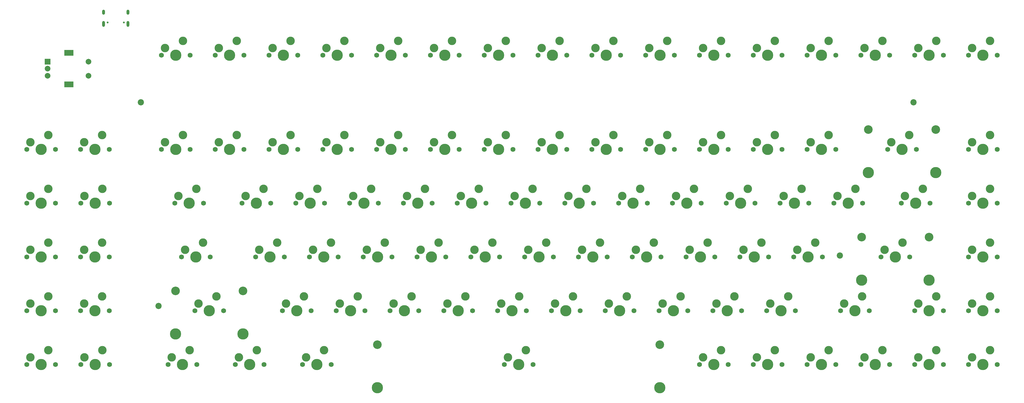
<source format=gbr>
%TF.GenerationSoftware,KiCad,Pcbnew,(6.0.11)*%
%TF.CreationDate,2023-03-01T00:12:33+07:00*%
%TF.ProjectId,Extero75,45787465-726f-4373-952e-6b696361645f,rev?*%
%TF.SameCoordinates,PX23b22f0PYc57ca40*%
%TF.FileFunction,Soldermask,Top*%
%TF.FilePolarity,Negative*%
%FSLAX46Y46*%
G04 Gerber Fmt 4.6, Leading zero omitted, Abs format (unit mm)*
G04 Created by KiCad (PCBNEW (6.0.11)) date 2023-03-01 00:12:33*
%MOMM*%
%LPD*%
G01*
G04 APERTURE LIST*
%ADD10C,3.000000*%
%ADD11C,1.750000*%
%ADD12C,3.987800*%
%ADD13C,3.048000*%
%ADD14C,2.200000*%
%ADD15R,2.000000X2.000000*%
%ADD16C,2.000000*%
%ADD17R,3.200000X2.000000*%
%ADD18C,0.650000*%
%ADD19O,1.000000X1.800000*%
%ADD20O,1.000000X2.100000*%
G04 APERTURE END LIST*
D10*
%TO.C,Num3*%
X115255000Y97775000D03*
D11*
X124145000Y95235000D03*
D10*
X121605000Y100315000D03*
D11*
X113985000Y95235000D03*
D12*
X119065000Y95235000D03*
%TD*%
D11*
%TO.C,FNKEY1*%
X276545000Y19035000D03*
D12*
X271465000Y19035000D03*
D10*
X274005000Y24115000D03*
X267655000Y21575000D03*
D11*
X266385000Y19035000D03*
%TD*%
D12*
%TO.C,F2*%
X100015000Y128572500D03*
D10*
X102555000Y133652500D03*
X96205000Y131112500D03*
D11*
X105095000Y128572500D03*
X94935000Y128572500D03*
%TD*%
%TO.C,F5*%
X162245000Y128572500D03*
D10*
X153355000Y131112500D03*
X159705000Y133652500D03*
D11*
X152085000Y128572500D03*
D12*
X157165000Y128572500D03*
%TD*%
D10*
%TO.C,G1*%
X173992500Y62215000D03*
X167642500Y59675000D03*
D12*
X171452500Y57135000D03*
D11*
X176532500Y57135000D03*
X166372500Y57135000D03*
%TD*%
%TO.C,EXTRA6*%
X28260000Y95235000D03*
X38420000Y95235000D03*
D10*
X29530000Y97775000D03*
X35880000Y100315000D03*
D12*
X33340000Y95235000D03*
%TD*%
D10*
%TO.C,L1*%
X243842500Y59675000D03*
D11*
X242572500Y57135000D03*
D12*
X247652500Y57135000D03*
D10*
X250192500Y62215000D03*
D11*
X252732500Y57135000D03*
%TD*%
D12*
%TO.C,Num7*%
X195265000Y95235000D03*
D11*
X190185000Y95235000D03*
D10*
X197805000Y100315000D03*
D11*
X200345000Y95235000D03*
D10*
X191455000Y97775000D03*
%TD*%
%TO.C,MinusSign1*%
X274005000Y100315000D03*
X267655000Y97775000D03*
D12*
X271465000Y95235000D03*
D11*
X276545000Y95235000D03*
X266385000Y95235000D03*
%TD*%
%TO.C,EXTRA8*%
X38420000Y57135000D03*
X28260000Y57135000D03*
D10*
X35880000Y62215000D03*
D12*
X33340000Y57135000D03*
D10*
X29530000Y59675000D03*
%TD*%
D11*
%TO.C,K1*%
X223522500Y57135000D03*
X233682500Y57135000D03*
D12*
X228602500Y57135000D03*
D10*
X231142500Y62215000D03*
X224792500Y59675000D03*
%TD*%
D11*
%TO.C,EXTRA9*%
X38420000Y38085000D03*
X28260000Y38085000D03*
D12*
X33340000Y38085000D03*
D10*
X35880000Y43165000D03*
X29530000Y40625000D03*
%TD*%
D11*
%TO.C,I1*%
X218760000Y76185000D03*
D10*
X226380000Y81265000D03*
D12*
X223840000Y76185000D03*
D10*
X220030000Y78725000D03*
D11*
X228920000Y76185000D03*
%TD*%
%TO.C,WINDOWSKEY1*%
X83010000Y19035000D03*
X93170000Y19035000D03*
D10*
X90630000Y24115000D03*
D12*
X88090000Y19035000D03*
D10*
X84280000Y21575000D03*
%TD*%
%TO.C,Num8*%
X216855000Y100315000D03*
X210505000Y97775000D03*
D11*
X209235000Y95235000D03*
X219395000Y95235000D03*
D12*
X214315000Y95235000D03*
%TD*%
D11*
%TO.C,E1*%
X123510000Y76185000D03*
D10*
X131130000Y81265000D03*
X124780000Y78725000D03*
D12*
X128590000Y76185000D03*
D11*
X133670000Y76185000D03*
%TD*%
D10*
%TO.C,Num2*%
X102555000Y100315000D03*
X96205000Y97775000D03*
D12*
X100015000Y95235000D03*
D11*
X94935000Y95235000D03*
X105095000Y95235000D03*
%TD*%
%TO.C,Q1*%
X85410000Y76185000D03*
D12*
X90490000Y76185000D03*
D11*
X95570000Y76185000D03*
D10*
X86680000Y78725000D03*
X93030000Y81265000D03*
%TD*%
D11*
%TO.C,Jkey1*%
X204472500Y57135000D03*
D10*
X212092500Y62215000D03*
D11*
X214632500Y57135000D03*
D10*
X205742500Y59675000D03*
D12*
X209552500Y57135000D03*
%TD*%
D10*
%TO.C,EXTRA5*%
X10480000Y21575000D03*
D11*
X9210000Y19035000D03*
D10*
X16830000Y24115000D03*
D11*
X19370000Y19035000D03*
D12*
X14290000Y19035000D03*
%TD*%
D11*
%TO.C,U2*%
X209870000Y76185000D03*
D10*
X200980000Y78725000D03*
D11*
X199710000Y76185000D03*
D10*
X207330000Y81265000D03*
D12*
X204790000Y76185000D03*
%TD*%
D11*
%TO.C,T1*%
X161610000Y76185000D03*
D10*
X169230000Y81265000D03*
D12*
X166690000Y76185000D03*
D10*
X162880000Y78725000D03*
D11*
X171770000Y76185000D03*
%TD*%
%TO.C,ESC1*%
X66995000Y128572500D03*
D10*
X58105000Y131112500D03*
D11*
X56835000Y128572500D03*
D10*
X64455000Y133652500D03*
D12*
X61915000Y128572500D03*
%TD*%
D10*
%TO.C,F4*%
X134305000Y131112500D03*
D11*
X133035000Y128572500D03*
X143195000Y128572500D03*
D10*
X140655000Y133652500D03*
D12*
X138115000Y128572500D03*
%TD*%
%TO.C,EXTRA3*%
X14290000Y57135000D03*
D10*
X16830000Y62215000D03*
D11*
X9210000Y57135000D03*
D10*
X10480000Y59675000D03*
D11*
X19370000Y57135000D03*
%TD*%
D10*
%TO.C,PRTSC1*%
X331155000Y133652500D03*
X324805000Y131112500D03*
D12*
X328615000Y128572500D03*
D11*
X333695000Y128572500D03*
X323535000Y128572500D03*
%TD*%
D10*
%TO.C,F6*%
X172405000Y131112500D03*
D11*
X171135000Y128572500D03*
D10*
X178755000Y133652500D03*
D12*
X176215000Y128572500D03*
D11*
X181295000Y128572500D03*
%TD*%
D12*
%TO.C,Num1*%
X80965000Y95235000D03*
D10*
X77155000Y97775000D03*
D11*
X75885000Y95235000D03*
D10*
X83505000Y100315000D03*
D11*
X86045000Y95235000D03*
%TD*%
%TO.C,F8*%
X209235000Y128572500D03*
D10*
X216855000Y133652500D03*
D11*
X219395000Y128572500D03*
D12*
X214315000Y128572500D03*
D10*
X210505000Y131112500D03*
%TD*%
%TO.C,RIGHTALT1*%
X248605000Y21575000D03*
D11*
X247335000Y19035000D03*
X257495000Y19035000D03*
D12*
X252415000Y19035000D03*
D10*
X254955000Y24115000D03*
%TD*%
%TO.C,EqualSign1*%
X293055000Y100315000D03*
X286705000Y97775000D03*
D11*
X295595000Y95235000D03*
X285435000Y95235000D03*
D12*
X290515000Y95235000D03*
%TD*%
D11*
%TO.C,M1*%
X213997500Y38085000D03*
D10*
X215267500Y40625000D03*
D11*
X224157500Y38085000D03*
D10*
X221617500Y43165000D03*
D12*
X219077500Y38085000D03*
%TD*%
D10*
%TO.C,Dkey1*%
X135892500Y62215000D03*
D12*
X133352500Y57135000D03*
D10*
X129542500Y59675000D03*
D11*
X128272500Y57135000D03*
X138432500Y57135000D03*
%TD*%
%TO.C,F7*%
X200345000Y128572500D03*
X190185000Y128572500D03*
D10*
X191455000Y131112500D03*
X197805000Y133652500D03*
D12*
X195265000Y128572500D03*
%TD*%
D11*
%TO.C,A1*%
X90172500Y57135000D03*
D10*
X91442500Y59675000D03*
D11*
X100332500Y57135000D03*
D12*
X95252500Y57135000D03*
D10*
X97792500Y62215000D03*
%TD*%
%TO.C,O1*%
X245430000Y81265000D03*
X239080000Y78725000D03*
D11*
X237810000Y76185000D03*
D12*
X242890000Y76185000D03*
D11*
X247970000Y76185000D03*
%TD*%
D10*
%TO.C,LEFTCTRL1*%
X66817500Y24115000D03*
D11*
X59197500Y19035000D03*
D10*
X60467500Y21575000D03*
D11*
X69357500Y19035000D03*
D12*
X64277500Y19035000D03*
%TD*%
%TO.C,SPACEBAR1*%
X183340000Y19035000D03*
X233339900Y10780000D03*
D10*
X179530000Y21575000D03*
D11*
X188420000Y19035000D03*
X178260000Y19035000D03*
D13*
X233339900Y26020000D03*
X133340100Y26020000D03*
D10*
X185880000Y24115000D03*
D12*
X133340100Y10780000D03*
%TD*%
D14*
%TO.C,H3*%
X55830000Y39720000D03*
%TD*%
D12*
%TO.C,P1*%
X261940000Y76185000D03*
D11*
X267020000Y76185000D03*
X256860000Y76185000D03*
D10*
X258130000Y78725000D03*
X264480000Y81265000D03*
%TD*%
%TO.C,Quote1*%
X281942500Y59675000D03*
D11*
X290832500Y57135000D03*
D10*
X288292500Y62215000D03*
D12*
X285752500Y57135000D03*
D11*
X280672500Y57135000D03*
%TD*%
D10*
%TO.C,Fkey1*%
X154942500Y62215000D03*
D11*
X147322500Y57135000D03*
X157482500Y57135000D03*
D12*
X152402500Y57135000D03*
D10*
X148592500Y59675000D03*
%TD*%
%TO.C,RIGHTCONTROL1*%
X286705000Y21575000D03*
D11*
X285435000Y19035000D03*
D10*
X293055000Y24115000D03*
D12*
X290515000Y19035000D03*
D11*
X295595000Y19035000D03*
%TD*%
D12*
%TO.C,F10*%
X252415000Y128572500D03*
D10*
X248605000Y131112500D03*
D11*
X257495000Y128572500D03*
D10*
X254955000Y133652500D03*
D11*
X247335000Y128572500D03*
%TD*%
%TO.C,Ckey1*%
X137797500Y38085000D03*
D12*
X142877500Y38085000D03*
D10*
X139067500Y40625000D03*
X145417500Y43165000D03*
D11*
X147957500Y38085000D03*
%TD*%
D10*
%TO.C,Ins1*%
X312105000Y133652500D03*
X305755000Y131112500D03*
D12*
X309565000Y128572500D03*
D11*
X304485000Y128572500D03*
X314645000Y128572500D03*
%TD*%
D10*
%TO.C,N1*%
X202567500Y43165000D03*
D12*
X200027500Y38085000D03*
D10*
X196217500Y40625000D03*
D11*
X194947500Y38085000D03*
X205107500Y38085000D03*
%TD*%
%TO.C,EXTRA2*%
X9210000Y76185000D03*
D12*
X14290000Y76185000D03*
D11*
X19370000Y76185000D03*
D10*
X16830000Y81265000D03*
X10480000Y78725000D03*
%TD*%
%TO.C,EXTRA4*%
X16830000Y43165000D03*
D12*
X14290000Y38085000D03*
D10*
X10480000Y40625000D03*
D11*
X9210000Y38085000D03*
X19370000Y38085000D03*
%TD*%
D12*
%TO.C,LEFTALT1*%
X111902500Y19035000D03*
D10*
X114442500Y24115000D03*
D11*
X106822500Y19035000D03*
D10*
X108092500Y21575000D03*
D11*
X116982500Y19035000D03*
%TD*%
D10*
%TO.C,LEFTARROW1*%
X312105000Y24115000D03*
D11*
X314645000Y19035000D03*
D12*
X309565000Y19035000D03*
D11*
X304485000Y19035000D03*
D10*
X305755000Y21575000D03*
%TD*%
D11*
%TO.C,CloseBracket1*%
X294960000Y76185000D03*
D10*
X296230000Y78725000D03*
D12*
X300040000Y76185000D03*
D10*
X302580000Y81265000D03*
D11*
X305120000Y76185000D03*
%TD*%
D10*
%TO.C,Num9*%
X235905000Y100315000D03*
D11*
X228285000Y95235000D03*
D10*
X229555000Y97775000D03*
D12*
X233365000Y95235000D03*
D11*
X238445000Y95235000D03*
%TD*%
D12*
%TO.C,F9*%
X233365000Y128572500D03*
D11*
X228285000Y128572500D03*
D10*
X235905000Y133652500D03*
X229555000Y131112500D03*
D11*
X238445000Y128572500D03*
%TD*%
D10*
%TO.C,X1*%
X126367500Y43165000D03*
D11*
X128907500Y38085000D03*
X118747500Y38085000D03*
D10*
X120017500Y40625000D03*
D12*
X123827500Y38085000D03*
%TD*%
D10*
%TO.C,Num6*%
X172405000Y97775000D03*
D12*
X176215000Y95235000D03*
D10*
X178755000Y100315000D03*
D11*
X171135000Y95235000D03*
X181295000Y95235000D03*
%TD*%
%TO.C,Num5*%
X152085000Y95235000D03*
D12*
X157165000Y95235000D03*
D11*
X162245000Y95235000D03*
D10*
X159705000Y100315000D03*
X153355000Y97775000D03*
%TD*%
%TO.C,Slash1*%
X326392500Y81265000D03*
D12*
X323852500Y76185000D03*
D11*
X318772500Y76185000D03*
D10*
X320042500Y78725000D03*
D11*
X328932500Y76185000D03*
%TD*%
D10*
%TO.C,Num0*%
X248605000Y97775000D03*
D11*
X257495000Y95235000D03*
D12*
X252415000Y95235000D03*
D11*
X247335000Y95235000D03*
D10*
X254955000Y100315000D03*
%TD*%
D14*
%TO.C,H2*%
X49540000Y111900000D03*
%TD*%
D12*
%TO.C,B1*%
X180977500Y38085000D03*
D10*
X177167500Y40625000D03*
D11*
X175897500Y38085000D03*
D10*
X183517500Y43165000D03*
D11*
X186057500Y38085000D03*
%TD*%
D10*
%TO.C,Z1*%
X100967500Y40625000D03*
D11*
X109857500Y38085000D03*
X99697500Y38085000D03*
D12*
X104777500Y38085000D03*
D10*
X107317500Y43165000D03*
%TD*%
%TO.C,DOWNARROW1*%
X324805000Y21575000D03*
X331155000Y24115000D03*
D11*
X323535000Y19035000D03*
D12*
X328615000Y19035000D03*
D11*
X333695000Y19035000D03*
%TD*%
%TO.C,PgUp1*%
X342585000Y57135000D03*
D10*
X343855000Y59675000D03*
D12*
X347665000Y57135000D03*
D11*
X352745000Y57135000D03*
D10*
X350205000Y62215000D03*
%TD*%
D11*
%TO.C,Backspace1*%
X314010000Y95235000D03*
D13*
X331028000Y102220000D03*
D10*
X315280000Y97775000D03*
D12*
X319090000Y95235000D03*
D10*
X321630000Y100315000D03*
D11*
X324170000Y95235000D03*
D12*
X331028000Y86980000D03*
X307152000Y86980000D03*
D13*
X307152000Y102220000D03*
%TD*%
D10*
%TO.C,QuestionMark1*%
X272417500Y40625000D03*
D12*
X276227500Y38085000D03*
D10*
X278767500Y43165000D03*
D11*
X271147500Y38085000D03*
X281307500Y38085000D03*
%TD*%
%TO.C,RIGHTARROW1*%
X342585000Y19035000D03*
X352745000Y19035000D03*
D10*
X343855000Y21575000D03*
X350205000Y24115000D03*
D12*
X347665000Y19035000D03*
%TD*%
D15*
%TO.C,SW3*%
X16565000Y126310000D03*
D16*
X16565000Y121310000D03*
X16565000Y123810000D03*
D17*
X24065000Y129410000D03*
X24065000Y118210000D03*
D16*
X31065000Y121310000D03*
X31065000Y126310000D03*
%TD*%
D12*
%TO.C,Tab1*%
X66677500Y76185000D03*
D10*
X69217500Y81265000D03*
X62867500Y78725000D03*
D11*
X71757500Y76185000D03*
X61597500Y76185000D03*
%TD*%
D12*
%TO.C,Semicolon1*%
X266702500Y57135000D03*
D11*
X261622500Y57135000D03*
D10*
X262892500Y59675000D03*
X269242500Y62215000D03*
D11*
X271782500Y57135000D03*
%TD*%
%TO.C,V1*%
X167007500Y38085000D03*
D10*
X158117500Y40625000D03*
D12*
X161927500Y38085000D03*
D10*
X164467500Y43165000D03*
D11*
X156847500Y38085000D03*
%TD*%
D12*
%TO.C,End1*%
X347665000Y76185000D03*
D11*
X342585000Y76185000D03*
D10*
X343855000Y78725000D03*
D11*
X352745000Y76185000D03*
D10*
X350205000Y81265000D03*
%TD*%
D11*
%TO.C,Matilda1*%
X66995000Y95235000D03*
D10*
X64455000Y100315000D03*
D11*
X56835000Y95235000D03*
D10*
X58105000Y97775000D03*
D12*
X61915000Y95235000D03*
%TD*%
%TO.C,PgDn1*%
X347665000Y38085000D03*
D10*
X350205000Y43165000D03*
D11*
X352745000Y38085000D03*
X342585000Y38085000D03*
D10*
X343855000Y40625000D03*
%TD*%
%TO.C,ENTER1*%
X319230000Y62215000D03*
X312880000Y59675000D03*
D11*
X311610000Y57135000D03*
X321770000Y57135000D03*
D12*
X328628000Y48880000D03*
D13*
X304752000Y64120000D03*
D12*
X304752000Y48880000D03*
D13*
X328628000Y64120000D03*
D12*
X316690000Y57135000D03*
%TD*%
D11*
%TO.C,F12*%
X295595000Y128572500D03*
D12*
X290515000Y128572500D03*
D10*
X286705000Y131112500D03*
D11*
X285435000Y128572500D03*
D10*
X293055000Y133652500D03*
%TD*%
D11*
%TO.C,OpenBracket1*%
X275910000Y76185000D03*
X286070000Y76185000D03*
D10*
X277180000Y78725000D03*
X283530000Y81265000D03*
D12*
X280990000Y76185000D03*
%TD*%
D10*
%TO.C,EXTRA7*%
X35929994Y81265000D03*
X29579994Y78725000D03*
D12*
X33389994Y76185000D03*
D11*
X38469994Y76185000D03*
X28309994Y76185000D03*
%TD*%
D13*
%TO.C,LEFTSHIFT1*%
X85740500Y45070000D03*
D10*
X76342500Y43165000D03*
D11*
X68722500Y38085000D03*
D12*
X73802500Y38085000D03*
D10*
X69992500Y40625000D03*
D11*
X78882500Y38085000D03*
D12*
X85740500Y29830000D03*
D13*
X61864500Y45070000D03*
D12*
X61864500Y29830000D03*
%TD*%
D10*
%TO.C,R1*%
X150180000Y81265000D03*
D11*
X152720000Y76185000D03*
D10*
X143830000Y78725000D03*
D12*
X147640000Y76185000D03*
D11*
X142560000Y76185000D03*
%TD*%
D12*
%TO.C,Hkey1*%
X190502500Y57135000D03*
D10*
X186692500Y59675000D03*
D11*
X185422500Y57135000D03*
D10*
X193042500Y62215000D03*
D11*
X195582500Y57135000D03*
%TD*%
D10*
%TO.C,CAPSLOCK1*%
X65230000Y59675000D03*
X71580000Y62215000D03*
D11*
X63960000Y57135000D03*
X74120000Y57135000D03*
D12*
X69040000Y57135000D03*
%TD*%
D11*
%TO.C,S1*%
X109222500Y57135000D03*
D10*
X110492500Y59675000D03*
X116842500Y62215000D03*
D12*
X114302500Y57135000D03*
D11*
X119382500Y57135000D03*
%TD*%
%TO.C,Y1*%
X190820000Y76185000D03*
D12*
X185740000Y76185000D03*
D10*
X181930000Y78725000D03*
X188280000Y81265000D03*
D11*
X180660000Y76185000D03*
%TD*%
%TO.C,F3*%
X113985000Y128572500D03*
D10*
X115255000Y131112500D03*
D12*
X119065000Y128572500D03*
D10*
X121605000Y133652500D03*
D11*
X124145000Y128572500D03*
%TD*%
%TO.C,CommaSign1*%
X243207500Y38085000D03*
D10*
X234317500Y40625000D03*
D11*
X233047500Y38085000D03*
D10*
X240667500Y43165000D03*
D12*
X238127500Y38085000D03*
%TD*%
D11*
%TO.C,W1*%
X104460000Y76185000D03*
D10*
X112080000Y81265000D03*
D12*
X109540000Y76185000D03*
D10*
X105730000Y78725000D03*
D11*
X114620000Y76185000D03*
%TD*%
D10*
%TO.C,DELETE1*%
X343855000Y131112500D03*
D11*
X352745000Y128572500D03*
X342585000Y128572500D03*
D10*
X350205000Y133652500D03*
D12*
X347665000Y128572500D03*
%TD*%
D10*
%TO.C,Num4*%
X140655000Y100315000D03*
D11*
X133035000Y95235000D03*
D10*
X134305000Y97775000D03*
D12*
X138115000Y95235000D03*
D11*
X143195000Y95235000D03*
%TD*%
D10*
%TO.C,UPARROW1*%
X331155000Y43165000D03*
D11*
X323535000Y38085000D03*
X333695000Y38085000D03*
D10*
X324805000Y40625000D03*
D12*
X328615000Y38085000D03*
%TD*%
D10*
%TO.C,EXTRA10*%
X35929994Y24115000D03*
X29579994Y21575000D03*
D12*
X33389994Y19035000D03*
D11*
X38469994Y19035000D03*
X28309994Y19035000D03*
%TD*%
D10*
%TO.C,DotSign1*%
X259717500Y43165000D03*
D11*
X252097500Y38085000D03*
X262257500Y38085000D03*
D10*
X253367500Y40625000D03*
D12*
X257177500Y38085000D03*
%TD*%
%TO.C,RIGHTSHIFT1*%
X302402500Y38085000D03*
D10*
X304942500Y43165000D03*
D11*
X307482500Y38085000D03*
X297322500Y38085000D03*
D10*
X298592500Y40625000D03*
%TD*%
D14*
%TO.C,H4*%
X297080000Y57620000D03*
%TD*%
%TO.C,H1*%
X323120000Y111900000D03*
%TD*%
D12*
%TO.C,F1*%
X80965000Y128572500D03*
D11*
X86045000Y128572500D03*
X75885000Y128572500D03*
D10*
X77155000Y131112500D03*
X83505000Y133652500D03*
%TD*%
D12*
%TO.C,F11*%
X271465000Y128572500D03*
D11*
X266385000Y128572500D03*
D10*
X267655000Y131112500D03*
D11*
X276545000Y128572500D03*
D10*
X274005000Y133652500D03*
%TD*%
%TO.C,Home1*%
X343855000Y97775000D03*
X350205000Y100315000D03*
D12*
X347665000Y95235000D03*
D11*
X342585000Y95235000D03*
X352745000Y95235000D03*
%TD*%
D10*
%TO.C,EXTRA1*%
X16830000Y100315000D03*
D11*
X9210000Y95235000D03*
D10*
X10480000Y97775000D03*
D12*
X14290000Y95235000D03*
D11*
X19370000Y95235000D03*
%TD*%
D18*
%TO.C,J1*%
X37800000Y140175000D03*
X43580000Y140175000D03*
D19*
X45010000Y143855000D03*
D20*
X45010000Y139675000D03*
X36370000Y139675000D03*
D19*
X36370000Y143855000D03*
%TD*%
M02*

</source>
